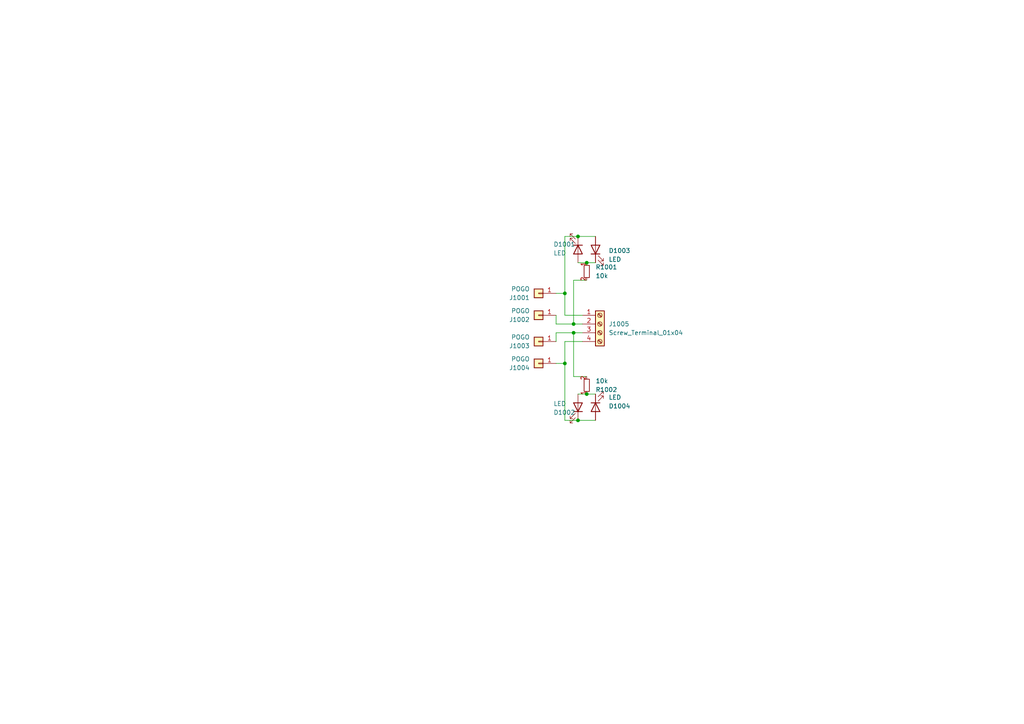
<source format=kicad_sch>
(kicad_sch (version 20231120) (generator "eeschema") (generator_version "8.0")
  (paper "A4")
  (lib_symbols
    (symbol "Connector:Screw_Terminal_01x04" (pin_names (offset 1.016) hide)
      (property "Reference" "J" (at 0 5.08 0))
      (property "Value" "Screw_Terminal_01x04" (at 0 -7.62 0))
      (symbol "Screw_Terminal_01x04_1_1"
        (rectangle (start -1.27 3.81) (end 1.27 -6.35) (stroke (width 0.254)) (fill (type background)))
        (circle (center 0 -5.08) (radius 0.635) (stroke (width 0.1524)))
        (circle (center 0 -2.54) (radius 0.635) (stroke (width 0.1524)))
        (polyline (pts (xy -0.5334 -4.7498) (xy 0.3302 -5.588)) (stroke (width 0.1524)))
        (polyline (pts (xy -0.5334 -2.2098) (xy 0.3302 -3.048)) (stroke (width 0.1524)))
        (polyline (pts (xy -0.5334 0.3302) (xy 0.3302 -0.508)) (stroke (width 0.1524)))
        (polyline (pts (xy -0.5334 2.8702) (xy 0.3302 2.032)) (stroke (width 0.1524)))
        (polyline (pts (xy -0.3556 -4.572) (xy 0.508 -5.4102)) (stroke (width 0.1524)))
        (polyline (pts (xy -0.3556 -2.032) (xy 0.508 -2.8702)) (stroke (width 0.1524)))
        (polyline (pts (xy -0.3556 0.508) (xy 0.508 -0.3302)) (stroke (width 0.1524)))
        (polyline (pts (xy -0.3556 3.048) (xy 0.508 2.2098)) (stroke (width 0.1524)))
        (circle (center 0 0) (radius 0.635) (stroke (width 0.1524)))
        (circle (center 0 2.54) (radius 0.635) (stroke (width 0.1524)))
        (pin passive line (at -5.08 2.54 0) (length 3.81) (name "Pin_1") (number "1"))
        (pin passive line (at -5.08 0 0) (length 3.81) (name "Pin_2") (number "2"))
        (pin passive line (at -5.08 -2.54 0) (length 3.81) (name "Pin_3") (number "3"))
        (pin passive line (at -5.08 -5.08 0) (length 3.81) (name "Pin_4") (number "4"))
      )
    )
    (symbol "Connector_Generic:Conn_01x01" (pin_names (offset 1.016) hide)
      (property "Reference" "J" (at 0 2.54 0))
      (property "Value" "Conn_01x01" (at 0 -2.54 0))
      (symbol "Conn_01x01_1_1"
        (rectangle (start -1.27 0.127) (end 0 -0.127) (stroke (width 0.1524)))
        (rectangle (start -1.27 1.27) (end 1.27 -1.27) (stroke (width 0.254)) (fill (type background)))
        (pin passive line (at -5.08 0 0) (length 3.81) (name "Pin_1") (number "1"))
      )
    )
    (symbol "custom_kicad_lib_sk:LED" (pin_numbers hide) (pin_names (offset 1.016) hide)
      (property "Reference" "D" (at 0 2.54 0))
      (property "Value" "LED" (at 0 -2.54 0))
      (symbol "LED_0_1"
        (polyline (pts (xy -1.27 -1.27) (xy -1.27 1.27)) (stroke (width 0.254)))
        (polyline (pts (xy -1.27 0) (xy 1.27 0)))
        (polyline (pts (xy 1.27 -1.27) (xy 1.27 1.27) (xy -1.27 0) (xy 1.27 -1.27)) (stroke (width 0.254)))
        (polyline (pts (xy -3.048 -0.762) (xy -4.572 -2.286) (xy -3.81 -2.286) (xy -4.572 -2.286) (xy -4.572 -1.524)))
        (polyline (pts (xy -1.778 -0.762) (xy -3.302 -2.286) (xy -2.54 -2.286) (xy -3.302 -2.286) (xy -3.302 -1.524)))
      )
      (symbol "LED_1_1"
        (pin passive line (at -3.81 0 0) (length 2.54) (name "K") (number "1"))
        (pin passive line (at 3.81 0 180) (length 2.54) (name "A") (number "2"))
      )
    )
    (symbol "resistors_0603:R_10k_0603"
      (property "Reference" "R" (at 1.27 2.54 0))
      (property "Value" "10k" (at 2.54 -2.54 0))
      (symbol "R_10k_0603_0_1"
        (rectangle (start -0.762 1.778) (end 0.762 -1.778) (stroke (width 0.2032)))
      )
      (symbol "R_10k_0603_1_1"
        (pin passive line (at 0 2.54 270) (length 0.762) (name "~") (number "1"))
        (pin passive line (at 0 -2.54 90) (length 0.762) (name "~") (number "2"))
      )
    )
  )
  (junction (at 163.83 105.41))
  (junction (at 167.64 68.58))
  (junction (at 167.64 121.92))
  (junction (at 166.37 93.98))
  (junction (at 166.37 96.52))
  (junction (at 163.83 85.09))
  (junction (at 170.18 76.2))
  (junction (at 170.18 114.3))
  (wire (pts (xy 166.37 93.98) (xy 161.29 93.98)))
  (wire (pts (xy 163.83 68.58) (xy 167.64 68.58)))
  (wire (pts (xy 167.64 114.3) (xy 170.18 114.3)))
  (wire (pts (xy 167.64 68.58) (xy 172.72 68.58)))
  (wire (pts (xy 161.29 93.98) (xy 161.29 91.44)))
  (wire (pts (xy 166.37 109.22) (xy 166.37 96.52)))
  (wire (pts (xy 163.83 99.06) (xy 163.83 105.41)))
  (wire (pts (xy 166.37 96.52) (xy 168.91 96.52)))
  (wire (pts (xy 161.29 99.06) (xy 161.29 96.52)))
  (wire (pts (xy 163.83 85.09) (xy 161.29 85.09)))
  (wire (pts (xy 167.64 76.2) (xy 170.18 76.2)))
  (wire (pts (xy 167.64 121.92) (xy 172.72 121.92)))
  (wire (pts (xy 170.18 109.22) (xy 166.37 109.22)))
  (wire (pts (xy 161.29 105.41) (xy 163.83 105.41)))
  (wire (pts (xy 166.37 81.28) (xy 166.37 93.98)))
  (wire (pts (xy 170.18 81.28) (xy 166.37 81.28)))
  (wire (pts (xy 163.83 99.06) (xy 168.91 99.06)))
  (wire (pts (xy 163.83 91.44) (xy 163.83 85.09)))
  (wire (pts (xy 163.83 91.44) (xy 168.91 91.44)))
  (wire (pts (xy 163.83 85.09) (xy 163.83 68.58)))
  (wire (pts (xy 163.83 121.92) (xy 167.64 121.92)))
  (wire (pts (xy 161.29 96.52) (xy 166.37 96.52)))
  (wire (pts (xy 163.83 105.41) (xy 163.83 121.92)))
  (wire (pts (xy 170.18 76.2) (xy 172.72 76.2)))
  (wire (pts (xy 168.91 93.98) (xy 166.37 93.98)))
  (wire (pts (xy 170.18 114.3) (xy 172.72 114.3)))
  (symbol (lib_id "Connector_Generic:Conn_01x01") (at 156.21 85.09 180) (unit 1)
    (property "Reference" "J1001" (at 153.67 86.3601 0) (effects (justify left)))
    (property "Value" "POGO" (at 153.67 83.8201 0) (effects (justify left)))
    (property "Footprint" "custom_kicad_lib_sk:pogopin" (effects (hide yes)))
    (property "Description" "Generic connector, single row, 01x01, script generated (kicad-library-utils/schlib/autogen/connector/)" (effects (hide yes)))
  )
  (symbol (lib_id "Connector_Generic:Conn_01x01") (at 156.21 105.41 180) (unit 1)
    (property "Reference" "J1004" (at 153.67 106.6801 0) (effects (justify left)))
    (property "Value" "POGO" (at 153.67 104.1401 0) (effects (justify left)))
    (property "Footprint" "custom_kicad_lib_sk:pogopin" (effects (hide yes)))
    (property "Description" "Generic connector, single row, 01x01, script generated (kicad-library-utils/schlib/autogen/connector/)" (effects (hide yes)))
  )
  (symbol (lib_id "custom_kicad_lib_sk:LED") (at 167.64 72.39 270) (unit 1)
    (property "Reference" "D1001" (at 160.528 70.866 90) (effects (justify left)))
    (property "Value" "LED" (at 160.528 73.406 90) (effects (justify left)))
    (property "Footprint" "LED_SMD:LED_0805_2012Metric_Pad1.15x1.40mm_HandSolder" (effects (hide yes)))
    (property "Description" "Light emitting diode" (effects (hide yes)))
    (property "JLCPCB Part#" "C2296" (effects (hide yes)))
  )
  (symbol (lib_id "resistors_0603:R_10k_0603") (at 170.18 78.74 0) (unit 1)
    (property "Reference" "R1001" (at 172.72 77.4699 0) (effects (justify left)))
    (property "Value" "10k" (at 172.72 80.0099 0) (effects (justify left)))
    (property "Footprint" "custom_kicad_lib_sk:R_0603_smalltext" (effects (hide yes)))
    (property "JLCPCB Part#" "C25804" (effects (hide yes)))
  )
  (symbol (lib_id "Connector_Generic:Conn_01x01") (at 156.21 91.44 180) (unit 1)
    (property "Reference" "J1002" (at 153.67 92.7101 0) (effects (justify left)))
    (property "Value" "POGO" (at 153.67 90.1701 0) (effects (justify left)))
    (property "Footprint" "custom_kicad_lib_sk:pogopin" (effects (hide yes)))
    (property "Description" "Generic connector, single row, 01x01, script generated (kicad-library-utils/schlib/autogen/connector/)" (effects (hide yes)))
  )
  (symbol (lib_id "custom_kicad_lib_sk:LED") (at 172.72 72.39 90) (unit 1)
    (property "Reference" "D1003" (at 176.53 72.7074 90) (effects (justify right)))
    (property "Value" "LED" (at 176.53 75.2474 90) (effects (justify right)))
    (property "Footprint" "LED_SMD:LED_0805_2012Metric_Pad1.15x1.40mm_HandSolder" (effects (hide yes)))
    (property "Description" "Light emitting diode" (effects (hide yes)))
    (property "JLCPCB Part#" "C2296" (effects (hide yes)))
  )
  (symbol (lib_id "custom_kicad_lib_sk:LED") (at 167.64 118.11 270) (mirror x) (unit 1)
    (property "Reference" "D1002" (at 160.528 119.634 90) (effects (justify left)))
    (property "Value" "LED" (at 160.528 117.094 90) (effects (justify left)))
    (property "Footprint" "LED_SMD:LED_0805_2012Metric_Pad1.15x1.40mm_HandSolder" (effects (hide yes)))
    (property "Description" "Light emitting diode" (effects (hide yes)))
    (property "JLCPCB Part#" "C2296" (effects (hide yes)))
  )
  (symbol (lib_id "Connector:Screw_Terminal_01x04") (at 173.99 93.98 0) (unit 1)
    (property "Reference" "J1005" (at 176.53 93.9799 0) (effects (justify left)))
    (property "Value" "Screw_Terminal_01x04" (at 176.53 96.5199 0) (effects (justify left)))
    (property "Footprint" "TerminalBlock_Phoenix:TerminalBlock_Phoenix_MKDS-1,5-4-5.08_1x04_P5.08mm_Horizontal" (effects (hide yes)))
    (property "Description" "Generic screw terminal, single row, 01x04, script generated (kicad-library-utils/schlib/autogen/connector/)" (effects (hide yes)))
  )
  (symbol (lib_id "resistors_0603:R_10k_0603") (at 170.18 111.76 0) (mirror x) (unit 1)
    (property "Reference" "R1002" (at 172.72 113.0301 0) (effects (justify left)))
    (property "Value" "10k" (at 172.72 110.4901 0) (effects (justify left)))
    (property "Footprint" "custom_kicad_lib_sk:R_0603_smalltext" (effects (hide yes)))
    (property "JLCPCB Part#" "C25804" (effects (hide yes)))
  )
  (symbol (lib_id "Connector_Generic:Conn_01x01") (at 156.21 99.06 180) (unit 1)
    (property "Reference" "J1003" (at 153.67 100.3301 0) (effects (justify left)))
    (property "Value" "POGO" (at 153.67 97.7901 0) (effects (justify left)))
    (property "Footprint" "custom_kicad_lib_sk:pogopin" (effects (hide yes)))
    (property "Description" "Generic connector, single row, 01x01, script generated (kicad-library-utils/schlib/autogen/connector/)" (effects (hide yes)))
  )
  (symbol (lib_id "custom_kicad_lib_sk:LED") (at 172.72 118.11 90) (mirror x) (unit 1)
    (property "Reference" "D1004" (at 176.53 117.7926 90) (effects (justify right)))
    (property "Value" "LED" (at 176.53 115.2526 90) (effects (justify right)))
    (property "Footprint" "LED_SMD:LED_0805_2012Metric_Pad1.15x1.40mm_HandSolder" (effects (hide yes)))
    (property "Description" "Light emitting diode" (effects (hide yes)))
    (property "JLCPCB Part#" "C2296" (effects (hide yes)))
  )
)
</source>
